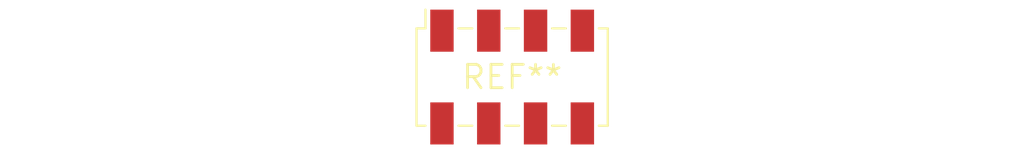
<source format=kicad_pcb>
(kicad_pcb (version 20240108) (generator pcbnew)
  (layers (0 "F.Cu" signal) (31 "B.Cu" signal) (34 "B.Paste" user) (35 "F.Paste" user) (36 "B.SilkS" user "B.Silkscreen") (37 "F.SilkS" user "F.Silkscreen") (38 "B.Mask" user) (39 "F.Mask" user) (44 "Edge.Cuts" user))
  (net 0 "")
  (footprint "Samtec_HLE-104-02-xxx-DV_2x04_P2.54mm_Horizontal" (layer "F.Cu") (at 0 0)
    (property "Reference" "REF**")
    (property "Value" "Samtec_HLE-104-02-xxx-DV_2x04_P2.54mm_Horizontal")
    (fp_line (start -5.19 -2.65) (end -5.19 2.65) (layer "F.SilkS") (stroke (width 0.12)))
    (fp_line (start -5.19 2.65) (end -4.705 2.65) (layer "F.SilkS") (stroke (width 0.12)))
    (fp_line (start -4.705 -3.67) (end -4.705 -2.65) (layer "F.SilkS") (stroke (width 0.12)))
    (fp_line (start -4.705 -2.65) (end -5.19 -2.65) (layer "F.SilkS") (stroke (width 0.12)))
    (fp_line (start -2.915 -2.65) (end -2.165 -2.65) (layer "F.SilkS") (stroke (width 0.12)))
    (fp_line (start -2.915 2.65) (end -2.165 2.65) (layer "F.SilkS") (stroke (width 0.12)))
    (fp_line (start -0.375 -2.65) (end 0.375 -2.65) (layer "F.SilkS") (stroke (width 0.12)))
    (fp_line (start -0.375 2.65) (end 0.375 2.65) (layer "F.SilkS") (stroke (width 0.12)))
    (fp_line (start 2.165 -2.65) (end 2.915 -2.65) (layer "F.SilkS") (stroke (width 0.12)))
    (fp_line (start 2.165 2.65) (end 2.915 2.65) (layer "F.SilkS") (stroke (width 0.12)))
    (fp_line (start 4.705 -2.65) (end 5.19 -2.65) (layer "F.SilkS") (stroke (width 0.12)))
    (fp_line (start 5.19 -2.65) (end 5.19 2.65) (layer "F.SilkS") (stroke (width 0.12)))
    (fp_line (start 5.19 2.65) (end 4.705 2.65) (layer "F.SilkS") (stroke (width 0.12)))
    (pad "1" smd rect (at -3.81 -2.525) (size 1.27 2.29) (layers "F.Cu" "F.Paste" "F.Mask"))
    (pad "2" smd rect (at -3.81 2.525) (size 1.27 2.29) (layers "F.Cu" "F.Paste" "F.Mask"))
    (pad "3" smd rect (at -1.27 -2.525) (size 1.27 2.29) (layers "F.Cu" "F.Paste" "F.Mask"))
    (pad "4" smd rect (at -1.27 2.525) (size 1.27 2.29) (layers "F.Cu" "F.Paste" "F.Mask"))
    (pad "5" smd rect (at 1.27 -2.525) (size 1.27 2.29) (layers "F.Cu" "F.Paste" "F.Mask"))
    (pad "6" smd rect (at 1.27 2.525) (size 1.27 2.29) (layers "F.Cu" "F.Paste" "F.Mask"))
    (pad "7" smd rect (at 3.81 -2.525) (size 1.27 2.29) (layers "F.Cu" "F.Paste" "F.Mask"))
    (pad "8" smd rect (at 3.81 2.525) (size 1.27 2.29) (layers "F.Cu" "F.Paste" "F.Mask"))
  )
)
</source>
